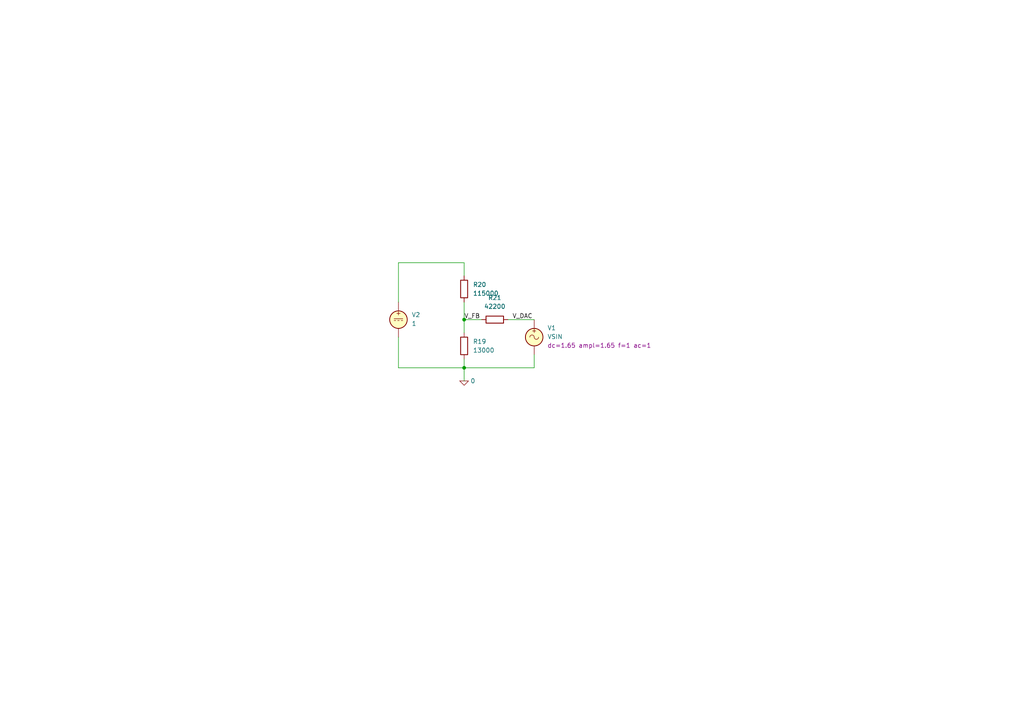
<source format=kicad_sch>
(kicad_sch (version 20230121) (generator eeschema)
  (paper "A4")
  (title_block (title "Feedback Resistor Network Simulation") (company "Lea Calot"))
  (lib_symbols
    (symbol "Device:R" (pin_numbers hide) (pin_names (offset 0))
      (property "Reference" "R" (at 2.032 0 90))
      (property "Value" "R" (at 0 0 90))
      (symbol "R_0_1"
        (rectangle (start -1.016 -2.54) (end 1.016 2.54) (stroke (width 0.254)))
      )
      (symbol "R_1_1"
        (pin passive line (at 0 3.81 270) (length 1.27) (name "~") (number "1"))
        (pin passive line (at 0 -3.81 90) (length 1.27) (name "~") (number "2"))
      )
    )
    (symbol "Simulation_SPICE:0" (power) (pin_names (offset 0))
      (property "Value" "0" (at 0 -1.778 0))
      (symbol "0_0_1"
        (polyline (pts (xy -1.27 0) (xy 0 -1.27) (xy 1.27 0) (xy -1.27 0)))
      )
      (symbol "0_1_1"
        (pin power_in line (at 0 0 0) (length 0) hide (name "0") (number "1"))
      )
    )
    (symbol "Simulation_SPICE:VDC" (pin_numbers hide) (pin_names (offset 0.0254))
      (property "Reference" "V" (at 2.54 2.54 0))
      (property "Value" "1" (at 2.54 0 0))
      (symbol "VDC_0_0"
        (polyline (pts (xy -1.27 0.254) (xy 1.27 0.254)))
        (polyline (pts (xy -0.762 -0.254) (xy -1.27 -0.254)))
        (polyline (pts (xy 0.254 -0.254) (xy -0.254 -0.254)))
        (polyline (pts (xy 1.27 -0.254) (xy 0.762 -0.254)))
        (text "+" (at 0 1.905 0) (effects (font (size 1.27 1.27))))
      )
      (symbol "VDC_0_1"
        (circle (center 0 0) (radius 2.54) (stroke (width 0.254)) (fill (type background)))
      )
      (symbol "VDC_1_1"
        (pin passive line (at 0 5.08 270) (length 2.54) (name "~") (number "1"))
        (pin passive line (at 0 -5.08 90) (length 2.54) (name "~") (number "2"))
      )
    )
    (symbol "Simulation_SPICE:VSIN" (pin_numbers hide) (pin_names (offset 0.0254))
      (property "Reference" "V" (at 2.54 2.54 0))
      (property "Value" "VSIN" (at 2.54 0 0))
      (property "Sim.Params" "dc=0 ampl=1 f=1k ac=1" (at 2.54 -2.54 0))
      (symbol "VSIN_0_0"
        (arc (start 0 0) (mid -0.635 0.6323) (end -1.27 0))
        (arc (start 0 0) (mid 0.635 -0.6323) (end 1.27 0))
        (text "+" (at 0 1.905 0) (effects (font (size 1.27 1.27))))
      )
      (symbol "VSIN_0_1"
        (circle (center 0 0) (radius 2.54) (stroke (width 0.254)) (fill (type background)))
      )
      (symbol "VSIN_1_1"
        (pin passive line (at 0 5.08 270) (length 2.54) (name "~") (number "1"))
        (pin passive line (at 0 -5.08 90) (length 2.54) (name "~") (number "2"))
      )
    )
  )
  (junction (at 134.62 92.71))
  (junction (at 134.62 106.68))
  (wire (pts (xy 115.57 76.2) (xy 134.62 76.2)))
  (wire (pts (xy 134.62 92.71) (xy 139.7 92.71)))
  (wire (pts (xy 134.62 106.68) (xy 134.62 110.49)))
  (wire (pts (xy 134.62 76.2) (xy 134.62 80.01)))
  (wire (pts (xy 147.32 92.71) (xy 154.94 92.71)))
  (wire (pts (xy 154.94 102.87) (xy 154.94 106.68)))
  (wire (pts (xy 134.62 92.71) (xy 134.62 96.52)))
  (wire (pts (xy 134.62 87.63) (xy 134.62 92.71)))
  (wire (pts (xy 154.94 106.68) (xy 134.62 106.68)))
  (wire (pts (xy 115.57 106.68) (xy 134.62 106.68)))
  (wire (pts (xy 115.57 97.79) (xy 115.57 106.68)))
  (wire (pts (xy 115.57 87.63) (xy 115.57 76.2)))
  (wire (pts (xy 134.62 104.14) (xy 134.62 106.68)))
  (label "V_FB" (at 134.62 92.71 0))
  (label "V_DAC" (at 148.59 92.71 0))
  (symbol (lib_id "Simulation_SPICE:VSIN") (at 154.94 97.79 0) (unit 1)
    (property "Reference" "V1" (at 158.75 95.1202 0) (effects (justify left)))
    (property "Value" "VSIN" (at 158.75 97.6602 0) (effects (justify left)))
    (property "Sim.Pins" "1=+ 2=-" (effects hide))
    (property "Sim.Params" "dc=1.65 ampl=1.65 f=1 ac=1" (at 158.75 100.2002 0) (effects (justify left)))
    (property "Sim.Type" "SIN" (effects hide))
    (property "Sim.Device" "V" (effects hide))
  )
  (symbol (lib_id "Device:R") (at 134.62 83.82 0) (unit 1) (on_board no)
    (property "Reference" "R20" (at 137.16 82.55 0) (effects (justify left)))
    (property "Value" "115000" (at 137.16 85.09 0) (effects (justify left)))
  )
  (symbol (lib_id "Simulation_SPICE:0") (at 134.62 110.49 0) (unit 1)
    (property "Reference" "#GND01" (effects hide))
    (property "Value" "0" (at 137.16 110.49 0))
  )
  (symbol (lib_id "Simulation_SPICE:VDC") (at 115.57 92.71 0) (unit 1)
    (property "Reference" "V2" (at 119.38 91.3102 0) (effects (justify left)))
    (property "Value" "1" (at 119.38 93.8502 0) (effects (justify left)))
    (property "Sim.Pins" "1=+ 2=-" (effects hide))
    (property "Sim.Type" "DC" (effects hide))
    (property "Sim.Device" "V" (effects hide))
  )
  (symbol (lib_id "Device:R") (at 134.62 100.33 0) (unit 1) (on_board no)
    (property "Reference" "R19" (at 137.16 99.06 0) (effects (justify left)))
    (property "Value" "13000" (at 137.16 101.6 0) (effects (justify left)))
  )
  (symbol (lib_id "Device:R") (at 143.51 92.71 90) (unit 1) (on_board no)
    (property "Reference" "R21" (at 143.51 86.36 90))
    (property "Value" "42200" (at 143.51 88.9 90))
  )
)
</source>
